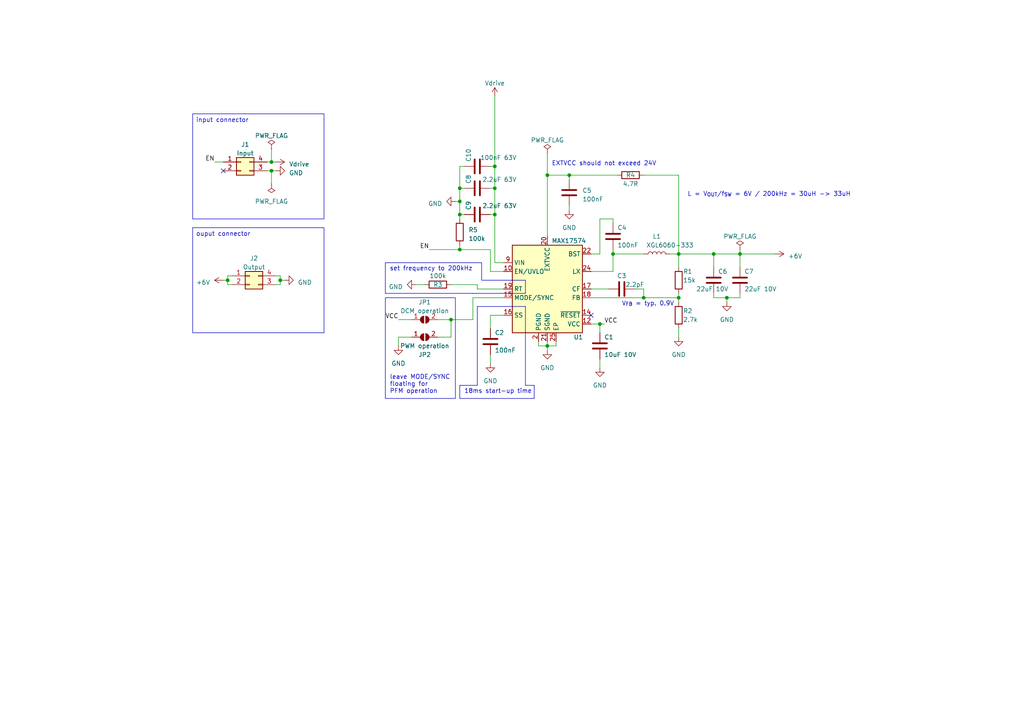
<source format=kicad_sch>
(kicad_sch (version 20230121) (generator eeschema)
  (paper "A4")
  (lib_symbols
    (symbol "Connector_Generic:Conn_02x02_Counter_Clockwise" (pin_names (offset 1.016) hide)
      (property "Reference" "J" (at 1.27 2.54 0))
      (property "Value" "Conn_02x02_Counter_Clockwise" (at 1.27 -5.08 0))
      (symbol "Conn_02x02_Counter_Clockwise_1_1"
        (rectangle (start -1.27 -2.413) (end 0 -2.667) (stroke (width 0.1524)))
        (rectangle (start -1.27 0.127) (end 0 -0.127) (stroke (width 0.1524)))
        (rectangle (start -1.27 1.27) (end 3.81 -3.81) (stroke (width 0.254)) (fill (type background)))
        (rectangle (start 3.81 -2.413) (end 2.54 -2.667) (stroke (width 0.1524)))
        (rectangle (start 3.81 0.127) (end 2.54 -0.127) (stroke (width 0.1524)))
        (pin passive line (at -5.08 0 0) (length 3.81) (name "Pin_1") (number "1"))
        (pin passive line (at -5.08 -2.54 0) (length 3.81) (name "Pin_2") (number "2"))
        (pin passive line (at 7.62 -2.54 180) (length 3.81) (name "Pin_3") (number "3"))
        (pin passive line (at 7.62 0 180) (length 3.81) (name "Pin_4") (number "4"))
      )
    )
    (symbol "Device:C" (pin_numbers hide) (pin_names (offset 0.254))
      (property "Reference" "C" (at 0.635 2.54 0))
      (property "Value" "C" (at 0.635 -2.54 0))
      (symbol "C_0_1"
        (polyline (pts (xy -2.032 -0.762) (xy 2.032 -0.762)) (stroke (width 0.508)))
        (polyline (pts (xy -2.032 0.762) (xy 2.032 0.762)) (stroke (width 0.508)))
      )
      (symbol "C_1_1"
        (pin passive line (at 0 3.81 270) (length 2.794) (name "~") (number "1"))
        (pin passive line (at 0 -3.81 90) (length 2.794) (name "~") (number "2"))
      )
    )
    (symbol "Device:L" (pin_numbers hide) (pin_names (offset 1.016) hide)
      (property "Reference" "L" (at -1.27 0 90))
      (property "Value" "L" (at 1.905 0 90))
      (symbol "L_0_1"
        (arc (start 0 -2.54) (mid 0.6323 -1.905) (end 0 -1.27))
        (arc (start 0 -1.27) (mid 0.6323 -0.635) (end 0 0))
        (arc (start 0 0) (mid 0.6323 0.635) (end 0 1.27))
        (arc (start 0 1.27) (mid 0.6323 1.905) (end 0 2.54))
      )
      (symbol "L_1_1"
        (pin passive line (at 0 3.81 270) (length 1.27) (name "1") (number "1"))
        (pin passive line (at 0 -3.81 90) (length 1.27) (name "2") (number "2"))
      )
    )
    (symbol "Device:R" (pin_numbers hide) (pin_names (offset 0))
      (property "Reference" "R" (at 2.032 0 90))
      (property "Value" "R" (at 0 0 90))
      (symbol "R_0_1"
        (rectangle (start -1.016 -2.54) (end 1.016 2.54) (stroke (width 0.254)))
      )
      (symbol "R_1_1"
        (pin passive line (at 0 3.81 270) (length 1.27) (name "~") (number "1"))
        (pin passive line (at 0 -3.81 90) (length 1.27) (name "~") (number "2"))
      )
    )
    (symbol "Jumper:SolderJumper_2_Open" (pin_names (offset 0) hide)
      (property "Reference" "JP" (at 0 2.032 0))
      (property "Value" "SolderJumper_2_Open" (at 0 -2.54 0))
      (symbol "SolderJumper_2_Open_0_1"
        (arc (start -0.254 1.016) (mid -1.2656 0) (end -0.254 -1.016))
        (arc (start -0.254 1.016) (mid -1.2656 0) (end -0.254 -1.016) (fill (type outline)))
        (polyline (pts (xy -0.254 1.016) (xy -0.254 -1.016)))
        (polyline (pts (xy 0.254 1.016) (xy 0.254 -1.016)))
        (arc (start 0.254 -1.016) (mid 1.2656 0) (end 0.254 1.016))
        (arc (start 0.254 -1.016) (mid 1.2656 0) (end 0.254 1.016) (fill (type outline)))
      )
      (symbol "SolderJumper_2_Open_1_1"
        (pin passive line (at -3.81 0 0) (length 2.54) (name "A") (number "1"))
        (pin passive line (at 3.81 0 180) (length 2.54) (name "B") (number "2"))
      )
    )
    (symbol "Regulator_Switching:MAX17574"
      (property "Reference" "U" (at -8.89 13.97 0))
      (property "Value" "MAX17574" (at 2.54 13.97 0))
      (symbol "MAX17574_0_1"
        (rectangle (start -10.16 12.7) (end 10.16 -12.7) (stroke (width 0.254)) (fill (type background)))
      )
      (symbol "MAX17574_1_1"
        (pin passive line (at 12.7 5.08 180) (length 2.54) hide (name "LX") (number "1"))
        (pin input line (at -12.7 5.08 0) (length 2.54) (name "EN/UVLO") (number "10"))
        (pin passive line (at -2.54 -15.24 90) (length 2.54) hide (name "PGND") (number "11"))
        (pin power_out line (at 12.7 -10.16 180) (length 2.54) (name "VCC") (number "12"))
        (pin no_connect line (at 10.16 -5.08 180) (length 2.54) hide (name "NC") (number "13"))
        (pin open_collector line (at 12.7 -7.62 180) (length 2.54) (name "~{RESET}") (number "14"))
        (pin input line (at -12.7 -2.54 0) (length 2.54) (name "MODE/SYNC") (number "15"))
        (pin passive line (at -12.7 -7.62 0) (length 2.54) (name "SS") (number "16"))
        (pin passive line (at 12.7 0 180) (length 2.54) (name "CF") (number "17"))
        (pin input line (at 12.7 -2.54 180) (length 2.54) (name "FB") (number "18"))
        (pin input line (at -12.7 0 0) (length 2.54) (name "RT") (number "19"))
        (pin power_in line (at -2.54 -15.24 90) (length 2.54) (name "PGND") (number "2"))
        (pin power_in line (at 0 15.24 270) (length 2.54) (name "EXTVCC") (number "20"))
        (pin power_in line (at 0 -15.24 90) (length 2.54) (name "SGND") (number "21"))
        (pin passive line (at 12.7 10.16 180) (length 2.54) (name "BST") (number "22"))
        (pin passive line (at 12.7 5.08 180) (length 2.54) hide (name "LX") (number "23"))
        (pin power_out line (at 12.7 5.08 180) (length 2.54) (name "LX") (number "24"))
        (pin power_in line (at 2.54 -15.24 90) (length 2.54) (name "EP") (number "25"))
        (pin passive line (at -2.54 -15.24 90) (length 2.54) hide (name "PGND") (number "3"))
        (pin no_connect line (at -10.16 2.54 0) (length 2.54) hide (name "NC") (number "4"))
        (pin passive line (at -12.7 7.62 0) (length 2.54) hide (name "VIN") (number "5"))
        (pin passive line (at -12.7 7.62 0) (length 2.54) hide (name "VIN") (number "6"))
        (pin passive line (at -12.7 7.62 0) (length 2.54) hide (name "VIN") (number "7"))
        (pin no_connect line (at -10.16 -5.08 0) (length 2.54) hide (name "NC") (number "8"))
        (pin power_in line (at -12.7 7.62 0) (length 2.54) (name "VIN") (number "9"))
      )
    )
    (symbol "power:+6V" (power) (pin_names (offset 0))
      (property "Value" "+6V" (at 0 3.556 0))
      (symbol "+6V_0_1"
        (polyline (pts (xy -0.762 1.27) (xy 0 2.54)))
        (polyline (pts (xy 0 0) (xy 0 2.54)))
        (polyline (pts (xy 0 2.54) (xy 0.762 1.27)))
      )
      (symbol "+6V_1_1"
        (pin power_in line (at 0 0 90) (length 0) hide (name "+6V") (number "1"))
      )
    )
    (symbol "power:GND" (power) (pin_names (offset 0))
      (property "Value" "GND" (at 0 -3.81 0))
      (symbol "GND_0_1"
        (polyline (pts (xy 0 0) (xy 0 -1.27) (xy 1.27 -1.27) (xy 0 -2.54) (xy -1.27 -1.27) (xy 0 -1.27)))
      )
      (symbol "GND_1_1"
        (pin power_in line (at 0 0 270) (length 0) hide (name "GND") (number "1"))
      )
    )
    (symbol "power:PWR_FLAG" (power) (pin_numbers hide) (pin_names (offset 0) hide)
      (property "Value" "PWR_FLAG" (at 0 3.81 0))
      (symbol "PWR_FLAG_0_0"
        (pin power_out line (at 0 0 90) (length 0) (name "pwr") (number "1"))
      )
      (symbol "PWR_FLAG_0_1"
        (polyline (pts (xy 0 0) (xy 0 1.27) (xy -1.016 1.905) (xy 0 2.54) (xy 1.016 1.905) (xy 0 1.27)))
      )
    )
    (symbol "power:Vdrive" (power) (pin_names (offset 0))
      (property "Value" "Vdrive" (at 0 3.81 0))
      (symbol "Vdrive_0_1"
        (polyline (pts (xy -0.762 1.27) (xy 0 2.54)))
        (polyline (pts (xy 0 0) (xy 0 2.54)))
        (polyline (pts (xy 0 2.54) (xy 0.762 1.27)))
      )
      (symbol "Vdrive_1_1"
        (pin power_in line (at 0 0 90) (length 0) hide (name "Vdrive") (number "1"))
      )
    )
  )
  (junction (at 133.35 72.39))
  (junction (at 158.75 100.33))
  (junction (at 196.85 73.66))
  (junction (at 214.63 73.66))
  (junction (at 158.75 50.8))
  (junction (at 130.81 92.71))
  (junction (at 78.74 46.99))
  (junction (at 66.04 81.28))
  (junction (at 186.69 86.36))
  (junction (at 143.51 54.61))
  (junction (at 78.74 49.53))
  (junction (at 81.28 81.28))
  (junction (at 196.85 86.36))
  (junction (at 133.35 58.42))
  (junction (at 210.82 86.36))
  (junction (at 207.01 73.66))
  (junction (at 143.51 48.26))
  (junction (at 177.8 73.66))
  (junction (at 173.99 93.98))
  (junction (at 165.1 50.8))
  (junction (at 143.51 62.23))
  (junction (at 133.35 62.23))
  (junction (at 133.35 54.61))
  (no_connect (at 171.45 91.44))
  (no_connect (at 64.77 49.53))
  (wire (pts (xy 143.51 54.61) (xy 143.51 48.26)))
  (wire (pts (xy 133.35 48.26) (xy 134.62 48.26)))
  (wire (pts (xy 171.45 78.74) (xy 177.8 78.74)))
  (wire (pts (xy 142.24 48.26) (xy 143.51 48.26)))
  (wire (pts (xy 133.35 58.42) (xy 133.35 54.61)))
  (wire (pts (xy 78.74 46.99) (xy 80.01 46.99)))
  (wire (pts (xy 81.28 81.28) (xy 82.55 81.28)))
  (wire (pts (xy 142.24 54.61) (xy 143.51 54.61)))
  (wire (pts (xy 214.63 73.66) (xy 214.63 77.47)))
  (wire (pts (xy 133.35 72.39) (xy 142.24 72.39)))
  (wire (pts (xy 142.24 72.39) (xy 142.24 78.74)))
  (wire (pts (xy 177.8 73.66) (xy 186.69 73.66)))
  (polyline (pts (xy 139.7 81.28) (xy 152.4 81.28)))
  (wire (pts (xy 194.31 73.66) (xy 196.85 73.66)))
  (wire (pts (xy 133.35 54.61) (xy 134.62 54.61)))
  (wire (pts (xy 214.63 72.39) (xy 214.63 73.66)))
  (wire (pts (xy 124.46 72.39) (xy 133.35 72.39)))
  (wire (pts (xy 146.05 83.82) (xy 138.43 83.82)))
  (wire (pts (xy 158.75 100.33) (xy 158.75 101.6)))
  (wire (pts (xy 143.51 48.26) (xy 143.51 27.94)))
  (wire (pts (xy 142.24 91.44) (xy 146.05 91.44)))
  (polyline (pts (xy 138.43 88.9) (xy 152.4 88.9)))
  (wire (pts (xy 177.8 78.74) (xy 177.8 73.66)))
  (wire (pts (xy 77.47 49.53) (xy 78.74 49.53)))
  (wire (pts (xy 115.57 92.71) (xy 119.38 92.71)))
  (wire (pts (xy 196.85 85.09) (xy 196.85 86.36)))
  (wire (pts (xy 77.47 46.99) (xy 78.74 46.99)))
  (wire (pts (xy 173.99 93.98) (xy 175.26 93.98)))
  (wire (pts (xy 186.69 86.36) (xy 196.85 86.36)))
  (wire (pts (xy 186.69 86.36) (xy 186.69 83.82)))
  (wire (pts (xy 81.28 81.28) (xy 81.28 80.01)))
  (wire (pts (xy 138.43 83.82) (xy 138.43 82.55)))
  (polyline (pts (xy 138.43 88.9) (xy 138.43 111.76)))
  (wire (pts (xy 130.81 97.79) (xy 130.81 92.71)))
  (wire (pts (xy 158.75 50.8) (xy 165.1 50.8)))
  (wire (pts (xy 196.85 95.25) (xy 196.85 97.79)))
  (wire (pts (xy 196.85 73.66) (xy 207.01 73.66)))
  (wire (pts (xy 207.01 85.09) (xy 207.01 86.36)))
  (wire (pts (xy 165.1 59.69) (xy 165.1 60.96)))
  (wire (pts (xy 78.74 43.18) (xy 78.74 46.99)))
  (wire (pts (xy 186.69 83.82) (xy 184.15 83.82)))
  (wire (pts (xy 142.24 78.74) (xy 146.05 78.74)))
  (wire (pts (xy 171.45 73.66) (xy 173.99 73.66)))
  (wire (pts (xy 177.8 72.39) (xy 177.8 73.66)))
  (wire (pts (xy 173.99 93.98) (xy 173.99 96.52)))
  (polyline (pts (xy 154.94 111.76) (xy 154.94 115.57)))
  (wire (pts (xy 142.24 102.87) (xy 142.24 105.41)))
  (wire (pts (xy 132.08 58.42) (xy 133.35 58.42)))
  (wire (pts (xy 64.77 81.28) (xy 66.04 81.28)))
  (polyline (pts (xy 152.4 111.76) (xy 154.94 111.76)))
  (wire (pts (xy 143.51 54.61) (xy 143.51 62.23)))
  (wire (pts (xy 196.85 73.66) (xy 196.85 77.47)))
  (wire (pts (xy 142.24 95.25) (xy 142.24 91.44)))
  (wire (pts (xy 67.31 82.55) (xy 66.04 82.55)))
  (wire (pts (xy 214.63 85.09) (xy 214.63 86.36)))
  (wire (pts (xy 156.21 100.33) (xy 158.75 100.33)))
  (polyline (pts (xy 152.4 88.9) (xy 152.4 111.76)))
  (wire (pts (xy 80.01 80.01) (xy 81.28 80.01)))
  (wire (pts (xy 171.45 86.36) (xy 186.69 86.36)))
  (wire (pts (xy 214.63 73.66) (xy 224.79 73.66)))
  (wire (pts (xy 133.35 62.23) (xy 133.35 63.5)))
  (polyline (pts (xy 137.16 85.09) (xy 111.76 85.09)))
  (wire (pts (xy 158.75 100.33) (xy 161.29 100.33)))
  (wire (pts (xy 177.8 63.5) (xy 177.8 64.77)))
  (wire (pts (xy 127 97.79) (xy 130.81 97.79)))
  (wire (pts (xy 134.62 62.23) (xy 133.35 62.23)))
  (wire (pts (xy 133.35 54.61) (xy 133.35 48.26)))
  (wire (pts (xy 78.74 49.53) (xy 80.01 49.53)))
  (wire (pts (xy 171.45 83.82) (xy 176.53 83.82)))
  (wire (pts (xy 173.99 63.5) (xy 177.8 63.5)))
  (polyline (pts (xy 139.7 76.2) (xy 139.7 81.28)))
  (wire (pts (xy 137.16 92.71) (xy 137.16 86.36)))
  (wire (pts (xy 66.04 80.01) (xy 67.31 80.01)))
  (polyline (pts (xy 133.35 111.76) (xy 133.35 115.57)))
  (wire (pts (xy 81.28 82.55) (xy 81.28 81.28)))
  (wire (pts (xy 210.82 86.36) (xy 214.63 86.36)))
  (wire (pts (xy 80.01 82.55) (xy 81.28 82.55)))
  (wire (pts (xy 171.45 93.98) (xy 173.99 93.98)))
  (wire (pts (xy 133.35 62.23) (xy 133.35 58.42)))
  (wire (pts (xy 66.04 82.55) (xy 66.04 81.28)))
  (wire (pts (xy 146.05 76.2) (xy 143.51 76.2)))
  (wire (pts (xy 165.1 50.8) (xy 179.07 50.8)))
  (polyline (pts (xy 152.4 81.28) (xy 152.4 85.09)))
  (polyline (pts (xy 111.76 85.09) (xy 111.76 76.2)))
  (wire (pts (xy 156.21 99.06) (xy 156.21 100.33)))
  (wire (pts (xy 173.99 73.66) (xy 173.99 63.5)))
  (wire (pts (xy 161.29 99.06) (xy 161.29 100.33)))
  (wire (pts (xy 196.85 86.36) (xy 196.85 87.63)))
  (wire (pts (xy 207.01 86.36) (xy 210.82 86.36)))
  (wire (pts (xy 196.85 50.8) (xy 196.85 73.66)))
  (polyline (pts (xy 154.94 115.57) (xy 133.35 115.57)))
  (wire (pts (xy 130.81 82.55) (xy 138.43 82.55)))
  (polyline (pts (xy 133.35 111.76) (xy 138.43 111.76)))
  (wire (pts (xy 115.57 97.79) (xy 119.38 97.79)))
  (wire (pts (xy 78.74 49.53) (xy 78.74 53.34)))
  (wire (pts (xy 130.81 92.71) (xy 137.16 92.71)))
  (wire (pts (xy 158.75 99.06) (xy 158.75 100.33)))
  (wire (pts (xy 143.51 76.2) (xy 143.51 62.23)))
  (wire (pts (xy 158.75 44.45) (xy 158.75 50.8)))
  (wire (pts (xy 210.82 86.36) (xy 210.82 87.63)))
  (polyline (pts (xy 152.4 85.09) (xy 137.16 85.09)))
  (wire (pts (xy 62.23 46.99) (xy 64.77 46.99)))
  (wire (pts (xy 165.1 50.8) (xy 165.1 52.07)))
  (wire (pts (xy 142.24 62.23) (xy 143.51 62.23)))
  (wire (pts (xy 66.04 81.28) (xy 66.04 80.01)))
  (wire (pts (xy 158.75 68.58) (xy 158.75 50.8)))
  (polyline (pts (xy 137.16 85.09) (xy 137.16 85.09)))
  (wire (pts (xy 120.65 82.55) (xy 123.19 82.55)))
  (wire (pts (xy 137.16 86.36) (xy 146.05 86.36)))
  (wire (pts (xy 207.01 73.66) (xy 207.01 77.47)))
  (wire (pts (xy 127 92.71) (xy 130.81 92.71)))
  (wire (pts (xy 115.57 100.33) (xy 115.57 97.79)))
  (wire (pts (xy 207.01 73.66) (xy 214.63 73.66)))
  (wire (pts (xy 186.69 50.8) (xy 196.85 50.8)))
  (wire (pts (xy 173.99 104.14) (xy 173.99 106.68)))
  (wire (pts (xy 133.35 72.39) (xy 133.35 71.12)))
  (polyline (pts (xy 111.76 76.2) (xy 139.7 76.2)))
  (rectangle (start 111.76 86.36) (end 132.08 115.57))
  (text_box "input connector\n" (at 55.88 33.02 0) (size 38.1 30.48) (effects (font (size 1.27 1.27)) (justify left top)))
  (text_box "ouput connector\n" (at 55.88 66.04 0) (size 38.1 30.48) (effects (font (size 1.27 1.27)) (justify left top)))
  (text "L = V_{OUT}/f_{SW} = 6V / 200kHz = 30uH -> 33uH" (at 199.39 57.15 0) (effects (font (size 1.27 1.27)) (justify left bottom)))
  (text "leave MODE/SYNC\nfloating for\nPFM operation" (at 113.03 114.3 0) (effects (font (size 1.27 1.27)) (justify left bottom)))
  (text "set frequency to 200kHz" (at 113.03 78.74 0) (effects (font (size 1.27 1.27)) (justify left bottom)))
  (text "EXTVCC should not exceed 24V" (at 160.02 48.26 0) (effects (font (size 1.27 1.27)) (justify left bottom)))
  (text "18ms start-up time" (at 134.62 114.3 0) (effects (font (size 1.27 1.27)) (justify left bottom)))
  (text "V_{FB} = typ. 0.9V" (at 180.34 88.9 0) (effects (font (size 1.27 1.27)) (justify left bottom)))
  (label "VCC" (at 175.26 93.98 0))
  (label "EN" (at 62.23 46.99 180))
  (label "VCC" (at 115.57 92.71 180))
  (label "EN" (at 124.46 72.39 180))
  (symbol (lib_id "Device:C") (at 142.24 99.06 0) (unit 1)
    (property "Reference" "C2" (at 143.51 96.52 0) (effects (justify left)))
    (property "Value" "100nF" (at 143.51 101.6 0) (effects (justify left)))
    (property "Footprint" "Capacitor_SMD:C_0603_1608Metric" (effects hide))
  )
  (symbol (lib_id "Device:C") (at 180.34 83.82 90) (unit 1)
    (property "Reference" "C3" (at 180.34 80.01 90))
    (property "Value" "2.2pF" (at 184.15 82.55 90))
    (property "Footprint" "Capacitor_SMD:C_0603_1608Metric" (effects hide))
  )
  (symbol (lib_id "power:+6V") (at 224.79 73.66 270) (unit 1)
    (property "Reference" "#PWR09" (effects hide))
    (property "Value" "+6V" (at 228.6 74.295 90) (effects (justify left)))
  )
  (symbol (lib_id "Device:R") (at 133.35 67.31 0) (unit 1)
    (property "Reference" "R5" (at 135.89 66.675 0) (effects (justify left)))
    (property "Value" "100k" (at 135.89 69.215 0) (effects (justify left)))
    (property "Footprint" "Resistor_SMD:R_0603_1608Metric" (effects hide))
  )
  (symbol (lib_id "Device:R") (at 196.85 91.44 0) (unit 1)
    (property "Reference" "R2" (at 198.12 90.17 0) (effects (justify left)))
    (property "Value" "2.7k" (at 198.12 92.71 0) (effects (justify left)))
    (property "Footprint" "Resistor_SMD:R_0603_1608Metric" (effects hide))
  )
  (symbol (lib_id "power:GND") (at 132.08 58.42 270) (unit 1)
    (property "Reference" "#PWR011" (effects hide))
    (property "Value" "GND" (at 128.27 59.055 90) (effects (justify right)))
  )
  (symbol (lib_id "Device:C") (at 207.01 81.28 180) (unit 1)
    (property "Reference" "C6" (at 208.28 78.74 0) (effects (justify right)))
    (property "Value" "22uF 10V" (at 201.93 83.82 0) (effects (justify right)))
    (property "Footprint" "Capacitor_SMD:C_0805_2012Metric" (effects hide))
  )
  (symbol (lib_id "power:GND") (at 196.85 97.79 0) (unit 1)
    (property "Reference" "#PWR06" (effects hide))
    (property "Value" "GND" (at 196.85 102.87 0))
  )
  (symbol (lib_id "Device:R") (at 196.85 81.28 0) (unit 1)
    (property "Reference" "R1" (at 198.12 78.74 0) (effects (justify left)))
    (property "Value" "15k" (at 198.12 81.28 0) (effects (justify left)))
    (property "Footprint" "Resistor_SMD:R_0603_1608Metric" (effects hide))
  )
  (symbol (lib_id "power:PWR_FLAG") (at 158.75 44.45 0) (unit 1)
    (property "Reference" "#FLG04" (effects hide))
    (property "Value" "PWR_FLAG" (at 158.75 40.64 0))
  )
  (symbol (lib_id "power:GND") (at 115.57 100.33 0) (unit 1)
    (property "Reference" "#PWR04" (effects hide))
    (property "Value" "GND" (at 115.57 105.41 0))
  )
  (symbol (lib_id "Jumper:SolderJumper_2_Open") (at 123.19 92.71 0) (unit 1)
    (property "Reference" "JP1" (at 123.19 87.63 0))
    (property "Value" "DCM operation" (at 123.19 90.17 0))
    (property "Footprint" "extraFootprints:SolderJumper-Open_0603" (effects hide))
  )
  (symbol (lib_id "power:GND") (at 120.65 82.55 270) (unit 1)
    (property "Reference" "#PWR010" (effects hide))
    (property "Value" "GND" (at 116.84 83.185 90) (effects (justify right)))
  )
  (symbol (lib_id "Device:R") (at 182.88 50.8 90) (unit 1)
    (property "Reference" "R4" (at 182.88 50.8 90))
    (property "Value" "4.7R" (at 182.88 53.34 90))
    (property "Footprint" "Resistor_SMD:R_0603_1608Metric" (effects hide))
  )
  (symbol (lib_id "power:GND") (at 173.99 106.68 0) (unit 1)
    (property "Reference" "#PWR02" (effects hide))
    (property "Value" "GND" (at 173.99 111.76 0))
  )
  (symbol (lib_id "power:GND") (at 142.24 105.41 0) (unit 1)
    (property "Reference" "#PWR05" (effects hide))
    (property "Value" "GND" (at 142.24 110.49 0))
  )
  (symbol (lib_id "Regulator_Switching:MAX17574") (at 158.75 83.82 0) (unit 1)
    (property "Reference" "U1" (at 166.37 97.79 0) (effects (justify left)))
    (property "Value" "MAX17574" (at 160.02 69.85 0) (effects (justify left)))
    (property "Footprint" "Package_DFN_QFN:QFN-24-1EP_4x5mm_P0.5mm_EP2.65x3.65mm" (effects hide))
    (property "Datasheet" "https://datasheets.maximintegrated.com/en/ds/MAX17574.pdf" (effects hide))
  )
  (symbol (lib_id "power:+6V") (at 64.77 81.28 90) (unit 1)
    (property "Reference" "#PWR014" (effects hide))
    (property "Value" "+6V" (at 60.96 81.915 90) (effects (justify left)))
  )
  (symbol (lib_id "Device:C") (at 177.8 68.58 180) (unit 1)
    (property "Reference" "C4" (at 179.07 66.04 0) (effects (justify right)))
    (property "Value" "100nF" (at 179.07 71.12 0) (effects (justify right)))
    (property "Footprint" "Capacitor_SMD:C_0603_1608Metric" (effects hide))
  )
  (symbol (lib_id "Device:C") (at 214.63 81.28 180) (unit 1)
    (property "Reference" "C7" (at 215.9 78.74 0) (effects (justify right)))
    (property "Value" "22uF 10V" (at 215.9 83.82 0) (effects (justify right)))
    (property "Footprint" "Capacitor_SMD:C_0805_2012Metric" (effects hide))
  )
  (symbol (lib_id "power:GND") (at 82.55 81.28 90) (unit 1)
    (property "Reference" "#PWR015" (effects hide))
    (property "Value" "GND" (at 86.36 81.915 90) (effects (justify right)))
  )
  (symbol (lib_id "Device:C") (at 138.43 48.26 270) (unit 1)
    (property "Reference" "C10" (at 135.89 46.99 0) (effects (justify right)))
    (property "Value" "100nF 63V" (at 149.86 45.72 90) (effects (justify right)))
    (property "Footprint" "Capacitor_SMD:C_0603_1608Metric" (effects hide))
  )
  (symbol (lib_id "power:PWR_FLAG") (at 78.74 53.34 180) (unit 1)
    (property "Reference" "#FLG03" (effects hide))
    (property "Value" "PWR_FLAG" (at 78.74 58.42 0))
  )
  (symbol (lib_id "Jumper:SolderJumper_2_Open") (at 123.19 97.79 0) (mirror x) (unit 1)
    (property "Reference" "JP2" (at 123.19 102.87 0))
    (property "Value" "PWM operation" (at 123.19 100.33 0))
    (property "Footprint" "extraFootprints:SolderJumper-Open_0603" (effects hide))
  )
  (symbol (lib_id "power:Vdrive") (at 143.51 27.94 0) (unit 1)
    (property "Reference" "#PWR01" (effects hide))
    (property "Value" "Vdrive" (at 143.51 24.13 0))
  )
  (symbol (lib_id "power:GND") (at 80.01 49.53 90) (unit 1)
    (property "Reference" "#PWR013" (effects hide))
    (property "Value" "GND" (at 83.82 50.165 90) (effects (justify right)))
  )
  (symbol (lib_id "Connector_Generic:Conn_02x02_Counter_Clockwise") (at 72.39 80.01 0) (unit 1)
    (property "Reference" "J2" (at 73.66 74.93 0))
    (property "Value" "Output" (at 73.66 77.47 0))
    (property "Footprint" "Connector_PinHeader_2.54mm:PinHeader_2x02_P2.54mm_Horizontal" (effects hide))
  )
  (symbol (lib_id "Device:C") (at 173.99 100.33 0) (unit 1)
    (property "Reference" "C1" (at 175.26 97.79 0) (effects (justify left)))
    (property "Value" "10uF 10V" (at 175.26 102.87 0) (effects (justify left)))
    (property "Footprint" "Capacitor_SMD:C_0603_1608Metric" (effects hide))
  )
  (symbol (lib_id "power:GND") (at 158.75 101.6 0) (unit 1)
    (property "Reference" "#PWR03" (effects hide))
    (property "Value" "GND" (at 158.75 106.68 0))
  )
  (symbol (lib_id "Device:L") (at 190.5 73.66 90) (unit 1)
    (property "Reference" "L1" (at 190.5 68.58 90))
    (property "Value" "XGL6060-333" (at 194.31 71.12 90))
    (property "Footprint" "Inductor_SMD:L_Coilcraft_XAL6060-XXX" (effects hide))
  )
  (symbol (lib_id "power:GND") (at 210.82 87.63 0) (unit 1)
    (property "Reference" "#PWR08" (effects hide))
    (property "Value" "GND" (at 210.82 92.71 0))
  )
  (symbol (lib_id "Device:C") (at 165.1 55.88 180) (unit 1)
    (property "Reference" "C5" (at 168.91 55.245 0) (effects (justify right)))
    (property "Value" "100nF" (at 168.91 57.785 0) (effects (justify right)))
    (property "Footprint" "Capacitor_SMD:C_0603_1608Metric" (effects hide))
  )
  (symbol (lib_id "power:PWR_FLAG") (at 214.63 72.39 0) (unit 1)
    (property "Reference" "#FLG01" (effects hide))
    (property "Value" "PWR_FLAG" (at 214.63 68.58 0))
  )
  (symbol (lib_id "Device:C") (at 138.43 54.61 270) (unit 1)
    (property "Reference" "C8" (at 135.89 53.34 0) (effects (justify right)))
    (property "Value" "2.2uF 63V" (at 149.86 52.07 90) (effects (justify right)))
    (property "Footprint" "Capacitor_SMD:C_0603_1608Metric" (effects hide))
  )
  (symbol (lib_id "Device:R") (at 127 82.55 90) (unit 1)
    (property "Reference" "R3" (at 127 82.55 90))
    (property "Value" "100k" (at 127 80.01 90))
    (property "Footprint" "Resistor_SMD:R_0603_1608Metric" (effects hide))
  )
  (symbol (lib_id "power:PWR_FLAG") (at 78.74 43.18 0) (unit 1)
    (property "Reference" "#FLG02" (effects hide))
    (property "Value" "PWR_FLAG" (at 78.74 39.37 0))
  )
  (symbol (lib_id "power:GND") (at 165.1 60.96 0) (unit 1)
    (property "Reference" "#PWR07" (effects hide))
    (property "Value" "GND" (at 165.1 66.04 0))
  )
  (symbol (lib_id "Connector_Generic:Conn_02x02_Counter_Clockwise") (at 69.85 46.99 0) (unit 1)
    (property "Reference" "J1" (at 71.12 41.91 0))
    (property "Value" "Input" (at 71.12 44.45 0))
    (property "Footprint" "Connector_PinHeader_2.54mm:PinHeader_2x02_P2.54mm_Vertical" (effects hide))
  )
  (symbol (lib_id "power:Vdrive") (at 80.01 46.99 270) (unit 1)
    (property "Reference" "#PWR012" (effects hide))
    (property "Value" "Vdrive" (at 83.82 47.625 90) (effects (justify left)))
  )
  (symbol (lib_id "Device:C") (at 138.43 62.23 270) (unit 1)
    (property "Reference" "C9" (at 135.89 60.96 0) (effects (justify right)))
    (property "Value" "2.2uF 63V" (at 149.86 59.69 90) (effects (justify right)))
    (property "Footprint" "Capacitor_SMD:C_0603_1608Metric" (effects hide))
  )
)
</source>
